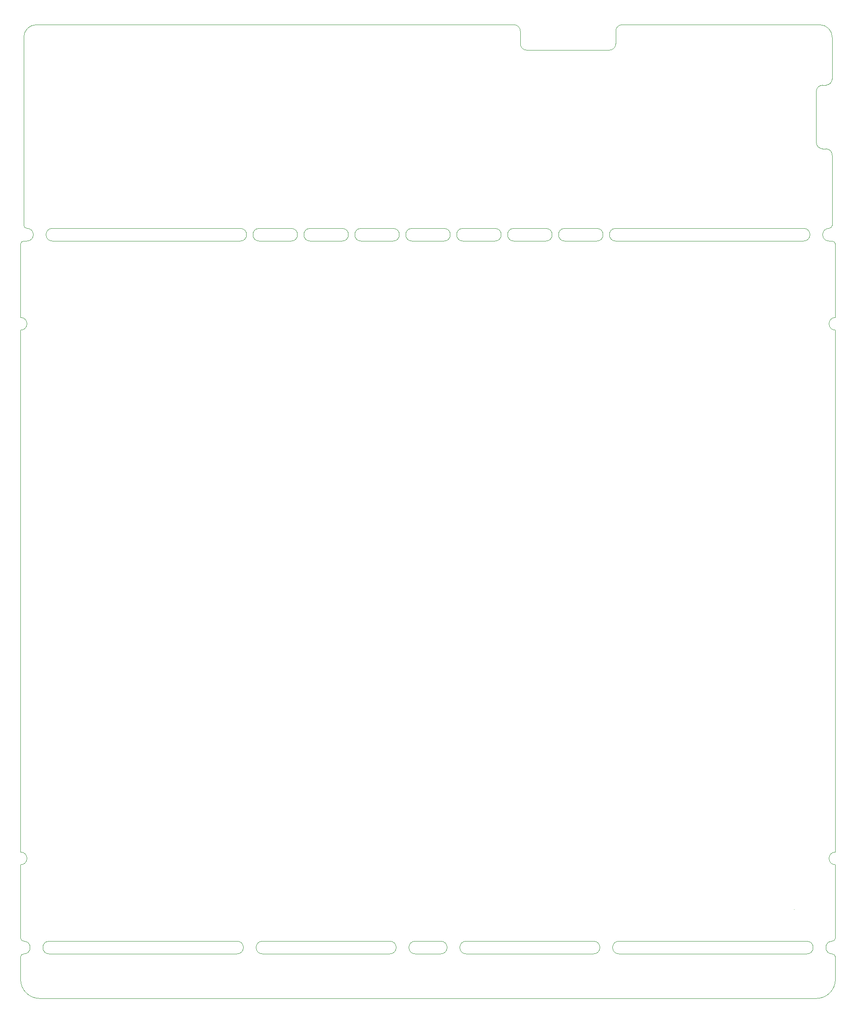
<source format=gm1>
G04 #@! TF.GenerationSoftware,KiCad,Pcbnew,no-vcs-found-bf44d39~61~ubuntu16.04.1*
G04 #@! TF.CreationDate,2018-01-09T00:52:54+05:30*
G04 #@! TF.ProjectId,KlokTHREEjr,4B6C6F6B54485245456A722E6B696361,rev 1*
G04 #@! TF.SameCoordinates,Original*
G04 #@! TF.FileFunction,Profile,NP*
%FSLAX46Y46*%
G04 Gerber Fmt 4.6, Leading zero omitted, Abs format (unit mm)*
G04 Created by KiCad (PCBNEW no-vcs-found-bf44d39~61~ubuntu16.04.1) date Tue Jan  9 00:52:54 2018*
%MOMM*%
%LPD*%
G01*
G04 APERTURE LIST*
%ADD10C,0.076200*%
G04 APERTURE END LIST*
D10*
X212090000Y-53340000D02*
X212090000Y-61595000D01*
X210820000Y-75565000D02*
X210185000Y-75565000D01*
X208915000Y-74295000D02*
X208915000Y-64135000D01*
X210820000Y-62865000D02*
X210185000Y-62865000D01*
X208915000Y-64135000D02*
G75*
G02X210185000Y-62865000I1270000J0D01*
G01*
X210185000Y-75565000D02*
G75*
G02X208915000Y-74295000I0J1270000D01*
G01*
X210820000Y-75565000D02*
G75*
G02X212090000Y-76835000I0J-1270000D01*
G01*
X212090000Y-61595000D02*
G75*
G02X210820000Y-62865000I-1270000J0D01*
G01*
X209550000Y-50800000D02*
X209550000Y-50800000D01*
X170180000Y-50800000D02*
X209550000Y-50800000D01*
X149860000Y-52070000D02*
X149860000Y-54610000D01*
X151130000Y-55880000D02*
X167640000Y-55880000D01*
X168910000Y-52070000D02*
X168910000Y-54610000D01*
X168910000Y-52070000D02*
G75*
G02X170180000Y-50800000I1270000J0D01*
G01*
X168910000Y-54610000D02*
G75*
G02X167640000Y-55880000I-1270000J0D01*
G01*
X151130000Y-55880000D02*
G75*
G02X149860000Y-54610000I0J1270000D01*
G01*
X148590000Y-50800000D02*
G75*
G02X149860000Y-52070000I0J-1270000D01*
G01*
X51435000Y-93980000D02*
X50800000Y-93980000D01*
X211455000Y-93980000D02*
X212090000Y-93980000D01*
X133985000Y-236220000D02*
X128905000Y-236220000D01*
X93345000Y-233680000D02*
G75*
G02X93345000Y-236220000I0J-1270000D01*
G01*
X128905000Y-233680000D02*
X133985000Y-233680000D01*
X212725000Y-233045000D02*
G75*
G02X212090000Y-233680000I-635000J0D01*
G01*
X164465000Y-236220000D02*
X139065000Y-236220000D01*
X169545000Y-236220000D02*
X207010000Y-236220000D01*
X207010000Y-233680000D02*
G75*
G02X207010000Y-236220000I0J-1270000D01*
G01*
X50165000Y-236855000D02*
G75*
G02X50800000Y-236220000I635000J0D01*
G01*
X98425000Y-236220000D02*
G75*
G02X98425000Y-233680000I0J1270000D01*
G01*
X55880000Y-236220000D02*
X93345000Y-236220000D01*
X55880000Y-236220000D02*
G75*
G02X55880000Y-233680000I0J1270000D01*
G01*
X169545000Y-236220000D02*
G75*
G02X169545000Y-233680000I0J1270000D01*
G01*
X50800000Y-233680000D02*
G75*
G02X50800000Y-236220000I0J-1270000D01*
G01*
X123825000Y-236220000D02*
X98425000Y-236220000D01*
X55880000Y-233680000D02*
X93345000Y-233680000D01*
X207010000Y-233680000D02*
X169545000Y-233680000D01*
X139065000Y-233680000D02*
X164465000Y-233680000D01*
X133985000Y-233680000D02*
G75*
G02X133985000Y-236220000I0J-1270000D01*
G01*
X128905000Y-236220000D02*
G75*
G02X128905000Y-233680000I0J1270000D01*
G01*
X123825000Y-233680000D02*
G75*
G02X123825000Y-236220000I0J-1270000D01*
G01*
X212090000Y-236220000D02*
G75*
G02X212725000Y-236855000I0J-635000D01*
G01*
X139065000Y-236220000D02*
G75*
G02X139065000Y-233680000I0J1270000D01*
G01*
X164465000Y-233680000D02*
G75*
G02X164465000Y-236220000I0J-1270000D01*
G01*
X212090000Y-236220000D02*
G75*
G02X212090000Y-233680000I0J1270000D01*
G01*
X50800000Y-233680000D02*
G75*
G02X50165000Y-233045000I0J635000D01*
G01*
X98425000Y-233680000D02*
X123825000Y-233680000D01*
X206375000Y-91440000D02*
G75*
G02X206375000Y-93980000I0J-1270000D01*
G01*
X211455000Y-93980000D02*
G75*
G02X211455000Y-91440000I0J1270000D01*
G01*
X56515000Y-93980000D02*
G75*
G02X56515000Y-91440000I0J1270000D01*
G01*
X51435000Y-91440000D02*
G75*
G02X51435000Y-93980000I0J-1270000D01*
G01*
X104140000Y-93980000D02*
X97790000Y-93980000D01*
X97790000Y-91440000D02*
X104140000Y-91440000D01*
X114300000Y-93980000D02*
X107950000Y-93980000D01*
X107950000Y-91440000D02*
X114300000Y-91440000D01*
X124460000Y-93980000D02*
X118110000Y-93980000D01*
X118110000Y-91440000D02*
X124460000Y-91440000D01*
X134620000Y-93980000D02*
X128270000Y-93980000D01*
X128270000Y-91440000D02*
X134620000Y-91440000D01*
X144780000Y-93980000D02*
X138430000Y-93980000D01*
X138430000Y-91440000D02*
X144780000Y-91440000D01*
X148590000Y-93980000D02*
X154940000Y-93980000D01*
X154940000Y-91440000D02*
X148590000Y-91440000D01*
X165100000Y-93980000D02*
X158750000Y-93980000D01*
X158750000Y-91440000D02*
X165100000Y-91440000D01*
X211455000Y-93980000D02*
X211455000Y-93980000D01*
X168910000Y-93980000D02*
X206375000Y-93980000D01*
X168910000Y-91440000D02*
X168910000Y-91440000D01*
X206375000Y-91440000D02*
X168910000Y-91440000D01*
X212090000Y-90805000D02*
G75*
G02X211455000Y-91440000I-635000J0D01*
G01*
X212090000Y-93980000D02*
G75*
G02X212725000Y-94615000I0J-635000D01*
G01*
X168910000Y-93980000D02*
G75*
G02X168910000Y-91440000I0J1270000D01*
G01*
X165100000Y-91440000D02*
G75*
G02X165100000Y-93980000I0J-1270000D01*
G01*
X158750000Y-93980000D02*
G75*
G02X158750000Y-91440000I0J1270000D01*
G01*
X154940000Y-91440000D02*
G75*
G02X154940000Y-93980000I0J-1270000D01*
G01*
X148590000Y-93980000D02*
G75*
G02X148590000Y-91440000I0J1270000D01*
G01*
X144780000Y-91440000D02*
G75*
G02X144780000Y-93980000I0J-1270000D01*
G01*
X138430000Y-93980000D02*
G75*
G02X138430000Y-91440000I0J1270000D01*
G01*
X134620000Y-91440000D02*
G75*
G02X134620000Y-93980000I0J-1270000D01*
G01*
X128270000Y-93980000D02*
G75*
G02X128270000Y-91440000I0J1270000D01*
G01*
X124460000Y-91440000D02*
G75*
G02X124460000Y-93980000I0J-1270000D01*
G01*
X118110000Y-93980000D02*
G75*
G02X118110000Y-91440000I0J1270000D01*
G01*
X114300000Y-91440000D02*
G75*
G02X114300000Y-93980000I0J-1270000D01*
G01*
X107950000Y-93980000D02*
G75*
G02X107950000Y-91440000I0J1270000D01*
G01*
X104140000Y-91440000D02*
G75*
G02X104140000Y-93980000I0J-1270000D01*
G01*
X97790000Y-93980000D02*
G75*
G02X97790000Y-91440000I0J1270000D01*
G01*
X93980000Y-91440000D02*
G75*
G02X93980000Y-93980000I0J-1270000D01*
G01*
X56515000Y-93980000D02*
X93980000Y-93980000D01*
X56515000Y-91440000D02*
X93980000Y-91440000D01*
X50165000Y-94615000D02*
G75*
G02X50800000Y-93980000I635000J0D01*
G01*
X51435000Y-91440000D02*
G75*
G02X50800000Y-90805000I0J635000D01*
G01*
X209550000Y-50800000D02*
G75*
G02X212090000Y-53340000I0J-2540000D01*
G01*
X50800000Y-53340000D02*
G75*
G02X53340000Y-50800000I2540000J0D01*
G01*
X53975000Y-245110000D02*
G75*
G02X50165000Y-241300000I0J3810000D01*
G01*
X212725000Y-241300000D02*
G75*
G02X208915000Y-245110000I-3810000J0D01*
G01*
X212725000Y-241300000D02*
X212725000Y-236855000D01*
X204470000Y-227330000D02*
X204470000Y-227330000D01*
X53975000Y-245110000D02*
X208915000Y-245110000D01*
X50165000Y-236855000D02*
X50165000Y-241300000D01*
X212090000Y-76835000D02*
X212090000Y-90805000D01*
X53340000Y-50800000D02*
X148590000Y-50800000D01*
X50800000Y-90805000D02*
X50800000Y-53340000D01*
X50165000Y-218440000D02*
X50165000Y-233045000D01*
X50165000Y-215900000D02*
X50165000Y-215900000D01*
X50165000Y-111760000D02*
X50165000Y-215900000D01*
X212725000Y-218440000D02*
X212725000Y-233045000D01*
X212725000Y-215900000D02*
X212725000Y-215900000D01*
X212725000Y-111760000D02*
X212725000Y-215900000D01*
X212725000Y-111760000D02*
G75*
G02X212725000Y-109220000I0J1270000D01*
G01*
X212725000Y-218440000D02*
G75*
G02X212725000Y-215900000I0J1270000D01*
G01*
X50165000Y-215900000D02*
G75*
G02X50165000Y-218440000I0J-1270000D01*
G01*
X50165000Y-109220000D02*
G75*
G02X50165000Y-111760000I0J-1270000D01*
G01*
X50165000Y-109220000D02*
X50165000Y-94615000D01*
X212725000Y-94615000D02*
X212725000Y-109220000D01*
M02*

</source>
